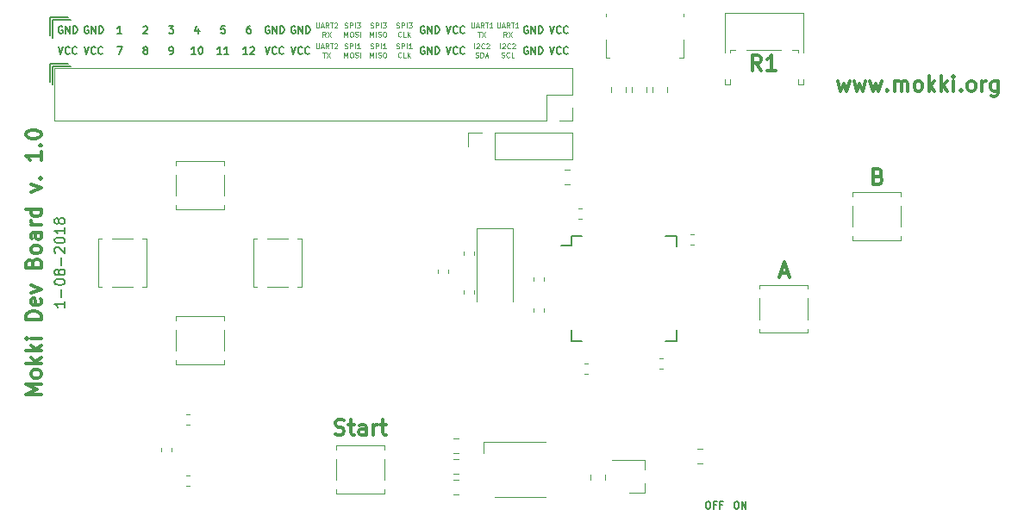
<source format=gto>
G04 #@! TF.GenerationSoftware,KiCad,Pcbnew,5.0.0*
G04 #@! TF.CreationDate,2018-08-01T03:37:20+02:00*
G04 #@! TF.ProjectId,mokki-dev-board,6D6F6B6B692D6465762D626F6172642E,rev?*
G04 #@! TF.SameCoordinates,Original*
G04 #@! TF.FileFunction,Legend,Top*
G04 #@! TF.FilePolarity,Positive*
%FSLAX46Y46*%
G04 Gerber Fmt 4.6, Leading zero omitted, Abs format (unit mm)*
G04 Created by KiCad (PCBNEW 5.0.0) date Wed Aug  1 03:37:20 2018*
%MOMM*%
%LPD*%
G01*
G04 APERTURE LIST*
%ADD10C,0.200000*%
%ADD11C,0.175000*%
%ADD12C,0.125000*%
%ADD13C,0.300000*%
%ADD14C,0.120000*%
%ADD15C,0.150000*%
G04 APERTURE END LIST*
D10*
X102526000Y-85696000D02*
X104304000Y-85696000D01*
X102526000Y-87474000D02*
X102526000Y-85696000D01*
X102526000Y-81124000D02*
X104304000Y-81124000D01*
X102526000Y-82902000D02*
X102526000Y-81124000D01*
X102272000Y-82648000D02*
X102272000Y-80870000D01*
X102272000Y-80870000D02*
X104050000Y-80870000D01*
X102272000Y-85442000D02*
X102272000Y-87220000D01*
D11*
X151376666Y-83788666D02*
X151610000Y-84488666D01*
X151843333Y-83788666D01*
X152476666Y-84422000D02*
X152443333Y-84455333D01*
X152343333Y-84488666D01*
X152276666Y-84488666D01*
X152176666Y-84455333D01*
X152110000Y-84388666D01*
X152076666Y-84322000D01*
X152043333Y-84188666D01*
X152043333Y-84088666D01*
X152076666Y-83955333D01*
X152110000Y-83888666D01*
X152176666Y-83822000D01*
X152276666Y-83788666D01*
X152343333Y-83788666D01*
X152443333Y-83822000D01*
X152476666Y-83855333D01*
X153176666Y-84422000D02*
X153143333Y-84455333D01*
X153043333Y-84488666D01*
X152976666Y-84488666D01*
X152876666Y-84455333D01*
X152810000Y-84388666D01*
X152776666Y-84322000D01*
X152743333Y-84188666D01*
X152743333Y-84088666D01*
X152776666Y-83955333D01*
X152810000Y-83888666D01*
X152876666Y-83822000D01*
X152976666Y-83788666D01*
X153043333Y-83788666D01*
X153143333Y-83822000D01*
X153176666Y-83855333D01*
X149236666Y-83822000D02*
X149170000Y-83788666D01*
X149070000Y-83788666D01*
X148970000Y-83822000D01*
X148903333Y-83888666D01*
X148870000Y-83955333D01*
X148836666Y-84088666D01*
X148836666Y-84188666D01*
X148870000Y-84322000D01*
X148903333Y-84388666D01*
X148970000Y-84455333D01*
X149070000Y-84488666D01*
X149136666Y-84488666D01*
X149236666Y-84455333D01*
X149270000Y-84422000D01*
X149270000Y-84188666D01*
X149136666Y-84188666D01*
X149570000Y-84488666D02*
X149570000Y-83788666D01*
X149970000Y-84488666D01*
X149970000Y-83788666D01*
X150303333Y-84488666D02*
X150303333Y-83788666D01*
X150470000Y-83788666D01*
X150570000Y-83822000D01*
X150636666Y-83888666D01*
X150670000Y-83955333D01*
X150703333Y-84088666D01*
X150703333Y-84188666D01*
X150670000Y-84322000D01*
X150636666Y-84388666D01*
X150570000Y-84455333D01*
X150470000Y-84488666D01*
X150303333Y-84488666D01*
D12*
X146503809Y-83960690D02*
X146503809Y-83460690D01*
X146718095Y-83508309D02*
X146741904Y-83484500D01*
X146789523Y-83460690D01*
X146908571Y-83460690D01*
X146956190Y-83484500D01*
X146980000Y-83508309D01*
X147003809Y-83555928D01*
X147003809Y-83603547D01*
X146980000Y-83674976D01*
X146694285Y-83960690D01*
X147003809Y-83960690D01*
X147503809Y-83913071D02*
X147480000Y-83936880D01*
X147408571Y-83960690D01*
X147360952Y-83960690D01*
X147289523Y-83936880D01*
X147241904Y-83889261D01*
X147218095Y-83841642D01*
X147194285Y-83746404D01*
X147194285Y-83674976D01*
X147218095Y-83579738D01*
X147241904Y-83532119D01*
X147289523Y-83484500D01*
X147360952Y-83460690D01*
X147408571Y-83460690D01*
X147480000Y-83484500D01*
X147503809Y-83508309D01*
X147694285Y-83508309D02*
X147718095Y-83484500D01*
X147765714Y-83460690D01*
X147884761Y-83460690D01*
X147932380Y-83484500D01*
X147956190Y-83508309D01*
X147980000Y-83555928D01*
X147980000Y-83603547D01*
X147956190Y-83674976D01*
X147670476Y-83960690D01*
X147980000Y-83960690D01*
X146634761Y-84811880D02*
X146706190Y-84835690D01*
X146825238Y-84835690D01*
X146872857Y-84811880D01*
X146896666Y-84788071D01*
X146920476Y-84740452D01*
X146920476Y-84692833D01*
X146896666Y-84645214D01*
X146872857Y-84621404D01*
X146825238Y-84597595D01*
X146730000Y-84573785D01*
X146682380Y-84549976D01*
X146658571Y-84526166D01*
X146634761Y-84478547D01*
X146634761Y-84430928D01*
X146658571Y-84383309D01*
X146682380Y-84359500D01*
X146730000Y-84335690D01*
X146849047Y-84335690D01*
X146920476Y-84359500D01*
X147420476Y-84788071D02*
X147396666Y-84811880D01*
X147325238Y-84835690D01*
X147277619Y-84835690D01*
X147206190Y-84811880D01*
X147158571Y-84764261D01*
X147134761Y-84716642D01*
X147110952Y-84621404D01*
X147110952Y-84549976D01*
X147134761Y-84454738D01*
X147158571Y-84407119D01*
X147206190Y-84359500D01*
X147277619Y-84335690D01*
X147325238Y-84335690D01*
X147396666Y-84359500D01*
X147420476Y-84383309D01*
X147872857Y-84835690D02*
X147634761Y-84835690D01*
X147634761Y-84335690D01*
D11*
X151376666Y-81756666D02*
X151610000Y-82456666D01*
X151843333Y-81756666D01*
X152476666Y-82390000D02*
X152443333Y-82423333D01*
X152343333Y-82456666D01*
X152276666Y-82456666D01*
X152176666Y-82423333D01*
X152110000Y-82356666D01*
X152076666Y-82290000D01*
X152043333Y-82156666D01*
X152043333Y-82056666D01*
X152076666Y-81923333D01*
X152110000Y-81856666D01*
X152176666Y-81790000D01*
X152276666Y-81756666D01*
X152343333Y-81756666D01*
X152443333Y-81790000D01*
X152476666Y-81823333D01*
X153176666Y-82390000D02*
X153143333Y-82423333D01*
X153043333Y-82456666D01*
X152976666Y-82456666D01*
X152876666Y-82423333D01*
X152810000Y-82356666D01*
X152776666Y-82290000D01*
X152743333Y-82156666D01*
X152743333Y-82056666D01*
X152776666Y-81923333D01*
X152810000Y-81856666D01*
X152876666Y-81790000D01*
X152976666Y-81756666D01*
X153043333Y-81756666D01*
X153143333Y-81790000D01*
X153176666Y-81823333D01*
X149236666Y-81790000D02*
X149170000Y-81756666D01*
X149070000Y-81756666D01*
X148970000Y-81790000D01*
X148903333Y-81856666D01*
X148870000Y-81923333D01*
X148836666Y-82056666D01*
X148836666Y-82156666D01*
X148870000Y-82290000D01*
X148903333Y-82356666D01*
X148970000Y-82423333D01*
X149070000Y-82456666D01*
X149136666Y-82456666D01*
X149236666Y-82423333D01*
X149270000Y-82390000D01*
X149270000Y-82156666D01*
X149136666Y-82156666D01*
X149570000Y-82456666D02*
X149570000Y-81756666D01*
X149970000Y-82456666D01*
X149970000Y-81756666D01*
X150303333Y-82456666D02*
X150303333Y-81756666D01*
X150470000Y-81756666D01*
X150570000Y-81790000D01*
X150636666Y-81856666D01*
X150670000Y-81923333D01*
X150703333Y-82056666D01*
X150703333Y-82156666D01*
X150670000Y-82290000D01*
X150636666Y-82356666D01*
X150570000Y-82423333D01*
X150470000Y-82456666D01*
X150303333Y-82456666D01*
D12*
X146194285Y-81428690D02*
X146194285Y-81833452D01*
X146218095Y-81881071D01*
X146241904Y-81904880D01*
X146289523Y-81928690D01*
X146384761Y-81928690D01*
X146432380Y-81904880D01*
X146456190Y-81881071D01*
X146480000Y-81833452D01*
X146480000Y-81428690D01*
X146694285Y-81785833D02*
X146932380Y-81785833D01*
X146646666Y-81928690D02*
X146813333Y-81428690D01*
X146980000Y-81928690D01*
X147432380Y-81928690D02*
X147265714Y-81690595D01*
X147146666Y-81928690D02*
X147146666Y-81428690D01*
X147337142Y-81428690D01*
X147384761Y-81452500D01*
X147408571Y-81476309D01*
X147432380Y-81523928D01*
X147432380Y-81595357D01*
X147408571Y-81642976D01*
X147384761Y-81666785D01*
X147337142Y-81690595D01*
X147146666Y-81690595D01*
X147575238Y-81428690D02*
X147860952Y-81428690D01*
X147718095Y-81928690D02*
X147718095Y-81428690D01*
X148289523Y-81928690D02*
X148003809Y-81928690D01*
X148146666Y-81928690D02*
X148146666Y-81428690D01*
X148099047Y-81500119D01*
X148051428Y-81547738D01*
X148003809Y-81571547D01*
X147146666Y-82803690D02*
X146980000Y-82565595D01*
X146860952Y-82803690D02*
X146860952Y-82303690D01*
X147051428Y-82303690D01*
X147099047Y-82327500D01*
X147122857Y-82351309D01*
X147146666Y-82398928D01*
X147146666Y-82470357D01*
X147122857Y-82517976D01*
X147099047Y-82541785D01*
X147051428Y-82565595D01*
X146860952Y-82565595D01*
X147313333Y-82303690D02*
X147646666Y-82803690D01*
X147646666Y-82303690D02*
X147313333Y-82803690D01*
X143654285Y-81428690D02*
X143654285Y-81833452D01*
X143678095Y-81881071D01*
X143701904Y-81904880D01*
X143749523Y-81928690D01*
X143844761Y-81928690D01*
X143892380Y-81904880D01*
X143916190Y-81881071D01*
X143940000Y-81833452D01*
X143940000Y-81428690D01*
X144154285Y-81785833D02*
X144392380Y-81785833D01*
X144106666Y-81928690D02*
X144273333Y-81428690D01*
X144440000Y-81928690D01*
X144892380Y-81928690D02*
X144725714Y-81690595D01*
X144606666Y-81928690D02*
X144606666Y-81428690D01*
X144797142Y-81428690D01*
X144844761Y-81452500D01*
X144868571Y-81476309D01*
X144892380Y-81523928D01*
X144892380Y-81595357D01*
X144868571Y-81642976D01*
X144844761Y-81666785D01*
X144797142Y-81690595D01*
X144606666Y-81690595D01*
X145035238Y-81428690D02*
X145320952Y-81428690D01*
X145178095Y-81928690D02*
X145178095Y-81428690D01*
X145749523Y-81928690D02*
X145463809Y-81928690D01*
X145606666Y-81928690D02*
X145606666Y-81428690D01*
X145559047Y-81500119D01*
X145511428Y-81547738D01*
X145463809Y-81571547D01*
X144309047Y-82303690D02*
X144594761Y-82303690D01*
X144451904Y-82803690D02*
X144451904Y-82303690D01*
X144713809Y-82303690D02*
X145047142Y-82803690D01*
X145047142Y-82303690D02*
X144713809Y-82803690D01*
X143963809Y-83960690D02*
X143963809Y-83460690D01*
X144178095Y-83508309D02*
X144201904Y-83484500D01*
X144249523Y-83460690D01*
X144368571Y-83460690D01*
X144416190Y-83484500D01*
X144440000Y-83508309D01*
X144463809Y-83555928D01*
X144463809Y-83603547D01*
X144440000Y-83674976D01*
X144154285Y-83960690D01*
X144463809Y-83960690D01*
X144963809Y-83913071D02*
X144940000Y-83936880D01*
X144868571Y-83960690D01*
X144820952Y-83960690D01*
X144749523Y-83936880D01*
X144701904Y-83889261D01*
X144678095Y-83841642D01*
X144654285Y-83746404D01*
X144654285Y-83674976D01*
X144678095Y-83579738D01*
X144701904Y-83532119D01*
X144749523Y-83484500D01*
X144820952Y-83460690D01*
X144868571Y-83460690D01*
X144940000Y-83484500D01*
X144963809Y-83508309D01*
X145154285Y-83508309D02*
X145178095Y-83484500D01*
X145225714Y-83460690D01*
X145344761Y-83460690D01*
X145392380Y-83484500D01*
X145416190Y-83508309D01*
X145440000Y-83555928D01*
X145440000Y-83603547D01*
X145416190Y-83674976D01*
X145130476Y-83960690D01*
X145440000Y-83960690D01*
X144082857Y-84811880D02*
X144154285Y-84835690D01*
X144273333Y-84835690D01*
X144320952Y-84811880D01*
X144344761Y-84788071D01*
X144368571Y-84740452D01*
X144368571Y-84692833D01*
X144344761Y-84645214D01*
X144320952Y-84621404D01*
X144273333Y-84597595D01*
X144178095Y-84573785D01*
X144130476Y-84549976D01*
X144106666Y-84526166D01*
X144082857Y-84478547D01*
X144082857Y-84430928D01*
X144106666Y-84383309D01*
X144130476Y-84359500D01*
X144178095Y-84335690D01*
X144297142Y-84335690D01*
X144368571Y-84359500D01*
X144582857Y-84835690D02*
X144582857Y-84335690D01*
X144701904Y-84335690D01*
X144773333Y-84359500D01*
X144820952Y-84407119D01*
X144844761Y-84454738D01*
X144868571Y-84549976D01*
X144868571Y-84621404D01*
X144844761Y-84716642D01*
X144820952Y-84764261D01*
X144773333Y-84811880D01*
X144701904Y-84835690D01*
X144582857Y-84835690D01*
X145059047Y-84692833D02*
X145297142Y-84692833D01*
X145011428Y-84835690D02*
X145178095Y-84335690D01*
X145344761Y-84835690D01*
D11*
X141216666Y-81756666D02*
X141450000Y-82456666D01*
X141683333Y-81756666D01*
X142316666Y-82390000D02*
X142283333Y-82423333D01*
X142183333Y-82456666D01*
X142116666Y-82456666D01*
X142016666Y-82423333D01*
X141950000Y-82356666D01*
X141916666Y-82290000D01*
X141883333Y-82156666D01*
X141883333Y-82056666D01*
X141916666Y-81923333D01*
X141950000Y-81856666D01*
X142016666Y-81790000D01*
X142116666Y-81756666D01*
X142183333Y-81756666D01*
X142283333Y-81790000D01*
X142316666Y-81823333D01*
X143016666Y-82390000D02*
X142983333Y-82423333D01*
X142883333Y-82456666D01*
X142816666Y-82456666D01*
X142716666Y-82423333D01*
X142650000Y-82356666D01*
X142616666Y-82290000D01*
X142583333Y-82156666D01*
X142583333Y-82056666D01*
X142616666Y-81923333D01*
X142650000Y-81856666D01*
X142716666Y-81790000D01*
X142816666Y-81756666D01*
X142883333Y-81756666D01*
X142983333Y-81790000D01*
X143016666Y-81823333D01*
X141216666Y-83788666D02*
X141450000Y-84488666D01*
X141683333Y-83788666D01*
X142316666Y-84422000D02*
X142283333Y-84455333D01*
X142183333Y-84488666D01*
X142116666Y-84488666D01*
X142016666Y-84455333D01*
X141950000Y-84388666D01*
X141916666Y-84322000D01*
X141883333Y-84188666D01*
X141883333Y-84088666D01*
X141916666Y-83955333D01*
X141950000Y-83888666D01*
X142016666Y-83822000D01*
X142116666Y-83788666D01*
X142183333Y-83788666D01*
X142283333Y-83822000D01*
X142316666Y-83855333D01*
X143016666Y-84422000D02*
X142983333Y-84455333D01*
X142883333Y-84488666D01*
X142816666Y-84488666D01*
X142716666Y-84455333D01*
X142650000Y-84388666D01*
X142616666Y-84322000D01*
X142583333Y-84188666D01*
X142583333Y-84088666D01*
X142616666Y-83955333D01*
X142650000Y-83888666D01*
X142716666Y-83822000D01*
X142816666Y-83788666D01*
X142883333Y-83788666D01*
X142983333Y-83822000D01*
X143016666Y-83855333D01*
X139076666Y-83822000D02*
X139010000Y-83788666D01*
X138910000Y-83788666D01*
X138810000Y-83822000D01*
X138743333Y-83888666D01*
X138710000Y-83955333D01*
X138676666Y-84088666D01*
X138676666Y-84188666D01*
X138710000Y-84322000D01*
X138743333Y-84388666D01*
X138810000Y-84455333D01*
X138910000Y-84488666D01*
X138976666Y-84488666D01*
X139076666Y-84455333D01*
X139110000Y-84422000D01*
X139110000Y-84188666D01*
X138976666Y-84188666D01*
X139410000Y-84488666D02*
X139410000Y-83788666D01*
X139810000Y-84488666D01*
X139810000Y-83788666D01*
X140143333Y-84488666D02*
X140143333Y-83788666D01*
X140310000Y-83788666D01*
X140410000Y-83822000D01*
X140476666Y-83888666D01*
X140510000Y-83955333D01*
X140543333Y-84088666D01*
X140543333Y-84188666D01*
X140510000Y-84322000D01*
X140476666Y-84388666D01*
X140410000Y-84455333D01*
X140310000Y-84488666D01*
X140143333Y-84488666D01*
X139076666Y-81790000D02*
X139010000Y-81756666D01*
X138910000Y-81756666D01*
X138810000Y-81790000D01*
X138743333Y-81856666D01*
X138710000Y-81923333D01*
X138676666Y-82056666D01*
X138676666Y-82156666D01*
X138710000Y-82290000D01*
X138743333Y-82356666D01*
X138810000Y-82423333D01*
X138910000Y-82456666D01*
X138976666Y-82456666D01*
X139076666Y-82423333D01*
X139110000Y-82390000D01*
X139110000Y-82156666D01*
X138976666Y-82156666D01*
X139410000Y-82456666D02*
X139410000Y-81756666D01*
X139810000Y-82456666D01*
X139810000Y-81756666D01*
X140143333Y-82456666D02*
X140143333Y-81756666D01*
X140310000Y-81756666D01*
X140410000Y-81790000D01*
X140476666Y-81856666D01*
X140510000Y-81923333D01*
X140543333Y-82056666D01*
X140543333Y-82156666D01*
X140510000Y-82290000D01*
X140476666Y-82356666D01*
X140410000Y-82423333D01*
X140310000Y-82456666D01*
X140143333Y-82456666D01*
D12*
X136320000Y-81904880D02*
X136391428Y-81928690D01*
X136510476Y-81928690D01*
X136558095Y-81904880D01*
X136581904Y-81881071D01*
X136605714Y-81833452D01*
X136605714Y-81785833D01*
X136581904Y-81738214D01*
X136558095Y-81714404D01*
X136510476Y-81690595D01*
X136415238Y-81666785D01*
X136367619Y-81642976D01*
X136343809Y-81619166D01*
X136320000Y-81571547D01*
X136320000Y-81523928D01*
X136343809Y-81476309D01*
X136367619Y-81452500D01*
X136415238Y-81428690D01*
X136534285Y-81428690D01*
X136605714Y-81452500D01*
X136820000Y-81928690D02*
X136820000Y-81428690D01*
X137010476Y-81428690D01*
X137058095Y-81452500D01*
X137081904Y-81476309D01*
X137105714Y-81523928D01*
X137105714Y-81595357D01*
X137081904Y-81642976D01*
X137058095Y-81666785D01*
X137010476Y-81690595D01*
X136820000Y-81690595D01*
X137320000Y-81928690D02*
X137320000Y-81428690D01*
X137510476Y-81428690D02*
X137820000Y-81428690D01*
X137653333Y-81619166D01*
X137724761Y-81619166D01*
X137772380Y-81642976D01*
X137796190Y-81666785D01*
X137820000Y-81714404D01*
X137820000Y-81833452D01*
X137796190Y-81881071D01*
X137772380Y-81904880D01*
X137724761Y-81928690D01*
X137581904Y-81928690D01*
X137534285Y-81904880D01*
X137510476Y-81881071D01*
X136772380Y-82756071D02*
X136748571Y-82779880D01*
X136677142Y-82803690D01*
X136629523Y-82803690D01*
X136558095Y-82779880D01*
X136510476Y-82732261D01*
X136486666Y-82684642D01*
X136462857Y-82589404D01*
X136462857Y-82517976D01*
X136486666Y-82422738D01*
X136510476Y-82375119D01*
X136558095Y-82327500D01*
X136629523Y-82303690D01*
X136677142Y-82303690D01*
X136748571Y-82327500D01*
X136772380Y-82351309D01*
X137224761Y-82803690D02*
X136986666Y-82803690D01*
X136986666Y-82303690D01*
X137391428Y-82803690D02*
X137391428Y-82303690D01*
X137677142Y-82803690D02*
X137462857Y-82517976D01*
X137677142Y-82303690D02*
X137391428Y-82589404D01*
X136320000Y-83936880D02*
X136391428Y-83960690D01*
X136510476Y-83960690D01*
X136558095Y-83936880D01*
X136581904Y-83913071D01*
X136605714Y-83865452D01*
X136605714Y-83817833D01*
X136581904Y-83770214D01*
X136558095Y-83746404D01*
X136510476Y-83722595D01*
X136415238Y-83698785D01*
X136367619Y-83674976D01*
X136343809Y-83651166D01*
X136320000Y-83603547D01*
X136320000Y-83555928D01*
X136343809Y-83508309D01*
X136367619Y-83484500D01*
X136415238Y-83460690D01*
X136534285Y-83460690D01*
X136605714Y-83484500D01*
X136820000Y-83960690D02*
X136820000Y-83460690D01*
X137010476Y-83460690D01*
X137058095Y-83484500D01*
X137081904Y-83508309D01*
X137105714Y-83555928D01*
X137105714Y-83627357D01*
X137081904Y-83674976D01*
X137058095Y-83698785D01*
X137010476Y-83722595D01*
X136820000Y-83722595D01*
X137320000Y-83960690D02*
X137320000Y-83460690D01*
X137820000Y-83960690D02*
X137534285Y-83960690D01*
X137677142Y-83960690D02*
X137677142Y-83460690D01*
X137629523Y-83532119D01*
X137581904Y-83579738D01*
X137534285Y-83603547D01*
X136772380Y-84788071D02*
X136748571Y-84811880D01*
X136677142Y-84835690D01*
X136629523Y-84835690D01*
X136558095Y-84811880D01*
X136510476Y-84764261D01*
X136486666Y-84716642D01*
X136462857Y-84621404D01*
X136462857Y-84549976D01*
X136486666Y-84454738D01*
X136510476Y-84407119D01*
X136558095Y-84359500D01*
X136629523Y-84335690D01*
X136677142Y-84335690D01*
X136748571Y-84359500D01*
X136772380Y-84383309D01*
X137224761Y-84835690D02*
X136986666Y-84835690D01*
X136986666Y-84335690D01*
X137391428Y-84835690D02*
X137391428Y-84335690D01*
X137677142Y-84835690D02*
X137462857Y-84549976D01*
X137677142Y-84335690D02*
X137391428Y-84621404D01*
X133780000Y-83936880D02*
X133851428Y-83960690D01*
X133970476Y-83960690D01*
X134018095Y-83936880D01*
X134041904Y-83913071D01*
X134065714Y-83865452D01*
X134065714Y-83817833D01*
X134041904Y-83770214D01*
X134018095Y-83746404D01*
X133970476Y-83722595D01*
X133875238Y-83698785D01*
X133827619Y-83674976D01*
X133803809Y-83651166D01*
X133780000Y-83603547D01*
X133780000Y-83555928D01*
X133803809Y-83508309D01*
X133827619Y-83484500D01*
X133875238Y-83460690D01*
X133994285Y-83460690D01*
X134065714Y-83484500D01*
X134280000Y-83960690D02*
X134280000Y-83460690D01*
X134470476Y-83460690D01*
X134518095Y-83484500D01*
X134541904Y-83508309D01*
X134565714Y-83555928D01*
X134565714Y-83627357D01*
X134541904Y-83674976D01*
X134518095Y-83698785D01*
X134470476Y-83722595D01*
X134280000Y-83722595D01*
X134780000Y-83960690D02*
X134780000Y-83460690D01*
X135280000Y-83960690D02*
X134994285Y-83960690D01*
X135137142Y-83960690D02*
X135137142Y-83460690D01*
X135089523Y-83532119D01*
X135041904Y-83579738D01*
X134994285Y-83603547D01*
X133744285Y-84835690D02*
X133744285Y-84335690D01*
X133910952Y-84692833D01*
X134077619Y-84335690D01*
X134077619Y-84835690D01*
X134315714Y-84835690D02*
X134315714Y-84335690D01*
X134530000Y-84811880D02*
X134601428Y-84835690D01*
X134720476Y-84835690D01*
X134768095Y-84811880D01*
X134791904Y-84788071D01*
X134815714Y-84740452D01*
X134815714Y-84692833D01*
X134791904Y-84645214D01*
X134768095Y-84621404D01*
X134720476Y-84597595D01*
X134625238Y-84573785D01*
X134577619Y-84549976D01*
X134553809Y-84526166D01*
X134530000Y-84478547D01*
X134530000Y-84430928D01*
X134553809Y-84383309D01*
X134577619Y-84359500D01*
X134625238Y-84335690D01*
X134744285Y-84335690D01*
X134815714Y-84359500D01*
X135125238Y-84335690D02*
X135220476Y-84335690D01*
X135268095Y-84359500D01*
X135315714Y-84407119D01*
X135339523Y-84502357D01*
X135339523Y-84669023D01*
X135315714Y-84764261D01*
X135268095Y-84811880D01*
X135220476Y-84835690D01*
X135125238Y-84835690D01*
X135077619Y-84811880D01*
X135030000Y-84764261D01*
X135006190Y-84669023D01*
X135006190Y-84502357D01*
X135030000Y-84407119D01*
X135077619Y-84359500D01*
X135125238Y-84335690D01*
X133780000Y-81904880D02*
X133851428Y-81928690D01*
X133970476Y-81928690D01*
X134018095Y-81904880D01*
X134041904Y-81881071D01*
X134065714Y-81833452D01*
X134065714Y-81785833D01*
X134041904Y-81738214D01*
X134018095Y-81714404D01*
X133970476Y-81690595D01*
X133875238Y-81666785D01*
X133827619Y-81642976D01*
X133803809Y-81619166D01*
X133780000Y-81571547D01*
X133780000Y-81523928D01*
X133803809Y-81476309D01*
X133827619Y-81452500D01*
X133875238Y-81428690D01*
X133994285Y-81428690D01*
X134065714Y-81452500D01*
X134280000Y-81928690D02*
X134280000Y-81428690D01*
X134470476Y-81428690D01*
X134518095Y-81452500D01*
X134541904Y-81476309D01*
X134565714Y-81523928D01*
X134565714Y-81595357D01*
X134541904Y-81642976D01*
X134518095Y-81666785D01*
X134470476Y-81690595D01*
X134280000Y-81690595D01*
X134780000Y-81928690D02*
X134780000Y-81428690D01*
X134970476Y-81428690D02*
X135280000Y-81428690D01*
X135113333Y-81619166D01*
X135184761Y-81619166D01*
X135232380Y-81642976D01*
X135256190Y-81666785D01*
X135280000Y-81714404D01*
X135280000Y-81833452D01*
X135256190Y-81881071D01*
X135232380Y-81904880D01*
X135184761Y-81928690D01*
X135041904Y-81928690D01*
X134994285Y-81904880D01*
X134970476Y-81881071D01*
X133744285Y-82803690D02*
X133744285Y-82303690D01*
X133910952Y-82660833D01*
X134077619Y-82303690D01*
X134077619Y-82803690D01*
X134315714Y-82803690D02*
X134315714Y-82303690D01*
X134530000Y-82779880D02*
X134601428Y-82803690D01*
X134720476Y-82803690D01*
X134768095Y-82779880D01*
X134791904Y-82756071D01*
X134815714Y-82708452D01*
X134815714Y-82660833D01*
X134791904Y-82613214D01*
X134768095Y-82589404D01*
X134720476Y-82565595D01*
X134625238Y-82541785D01*
X134577619Y-82517976D01*
X134553809Y-82494166D01*
X134530000Y-82446547D01*
X134530000Y-82398928D01*
X134553809Y-82351309D01*
X134577619Y-82327500D01*
X134625238Y-82303690D01*
X134744285Y-82303690D01*
X134815714Y-82327500D01*
X135125238Y-82303690D02*
X135220476Y-82303690D01*
X135268095Y-82327500D01*
X135315714Y-82375119D01*
X135339523Y-82470357D01*
X135339523Y-82637023D01*
X135315714Y-82732261D01*
X135268095Y-82779880D01*
X135220476Y-82803690D01*
X135125238Y-82803690D01*
X135077619Y-82779880D01*
X135030000Y-82732261D01*
X135006190Y-82637023D01*
X135006190Y-82470357D01*
X135030000Y-82375119D01*
X135077619Y-82327500D01*
X135125238Y-82303690D01*
X131240000Y-81904880D02*
X131311428Y-81928690D01*
X131430476Y-81928690D01*
X131478095Y-81904880D01*
X131501904Y-81881071D01*
X131525714Y-81833452D01*
X131525714Y-81785833D01*
X131501904Y-81738214D01*
X131478095Y-81714404D01*
X131430476Y-81690595D01*
X131335238Y-81666785D01*
X131287619Y-81642976D01*
X131263809Y-81619166D01*
X131240000Y-81571547D01*
X131240000Y-81523928D01*
X131263809Y-81476309D01*
X131287619Y-81452500D01*
X131335238Y-81428690D01*
X131454285Y-81428690D01*
X131525714Y-81452500D01*
X131740000Y-81928690D02*
X131740000Y-81428690D01*
X131930476Y-81428690D01*
X131978095Y-81452500D01*
X132001904Y-81476309D01*
X132025714Y-81523928D01*
X132025714Y-81595357D01*
X132001904Y-81642976D01*
X131978095Y-81666785D01*
X131930476Y-81690595D01*
X131740000Y-81690595D01*
X132240000Y-81928690D02*
X132240000Y-81428690D01*
X132430476Y-81428690D02*
X132740000Y-81428690D01*
X132573333Y-81619166D01*
X132644761Y-81619166D01*
X132692380Y-81642976D01*
X132716190Y-81666785D01*
X132740000Y-81714404D01*
X132740000Y-81833452D01*
X132716190Y-81881071D01*
X132692380Y-81904880D01*
X132644761Y-81928690D01*
X132501904Y-81928690D01*
X132454285Y-81904880D01*
X132430476Y-81881071D01*
X131204285Y-82803690D02*
X131204285Y-82303690D01*
X131370952Y-82660833D01*
X131537619Y-82303690D01*
X131537619Y-82803690D01*
X131870952Y-82303690D02*
X131966190Y-82303690D01*
X132013809Y-82327500D01*
X132061428Y-82375119D01*
X132085238Y-82470357D01*
X132085238Y-82637023D01*
X132061428Y-82732261D01*
X132013809Y-82779880D01*
X131966190Y-82803690D01*
X131870952Y-82803690D01*
X131823333Y-82779880D01*
X131775714Y-82732261D01*
X131751904Y-82637023D01*
X131751904Y-82470357D01*
X131775714Y-82375119D01*
X131823333Y-82327500D01*
X131870952Y-82303690D01*
X132275714Y-82779880D02*
X132347142Y-82803690D01*
X132466190Y-82803690D01*
X132513809Y-82779880D01*
X132537619Y-82756071D01*
X132561428Y-82708452D01*
X132561428Y-82660833D01*
X132537619Y-82613214D01*
X132513809Y-82589404D01*
X132466190Y-82565595D01*
X132370952Y-82541785D01*
X132323333Y-82517976D01*
X132299523Y-82494166D01*
X132275714Y-82446547D01*
X132275714Y-82398928D01*
X132299523Y-82351309D01*
X132323333Y-82327500D01*
X132370952Y-82303690D01*
X132490000Y-82303690D01*
X132561428Y-82327500D01*
X132775714Y-82803690D02*
X132775714Y-82303690D01*
X131240000Y-83936880D02*
X131311428Y-83960690D01*
X131430476Y-83960690D01*
X131478095Y-83936880D01*
X131501904Y-83913071D01*
X131525714Y-83865452D01*
X131525714Y-83817833D01*
X131501904Y-83770214D01*
X131478095Y-83746404D01*
X131430476Y-83722595D01*
X131335238Y-83698785D01*
X131287619Y-83674976D01*
X131263809Y-83651166D01*
X131240000Y-83603547D01*
X131240000Y-83555928D01*
X131263809Y-83508309D01*
X131287619Y-83484500D01*
X131335238Y-83460690D01*
X131454285Y-83460690D01*
X131525714Y-83484500D01*
X131740000Y-83960690D02*
X131740000Y-83460690D01*
X131930476Y-83460690D01*
X131978095Y-83484500D01*
X132001904Y-83508309D01*
X132025714Y-83555928D01*
X132025714Y-83627357D01*
X132001904Y-83674976D01*
X131978095Y-83698785D01*
X131930476Y-83722595D01*
X131740000Y-83722595D01*
X132240000Y-83960690D02*
X132240000Y-83460690D01*
X132740000Y-83960690D02*
X132454285Y-83960690D01*
X132597142Y-83960690D02*
X132597142Y-83460690D01*
X132549523Y-83532119D01*
X132501904Y-83579738D01*
X132454285Y-83603547D01*
X131204285Y-84835690D02*
X131204285Y-84335690D01*
X131370952Y-84692833D01*
X131537619Y-84335690D01*
X131537619Y-84835690D01*
X131870952Y-84335690D02*
X131966190Y-84335690D01*
X132013809Y-84359500D01*
X132061428Y-84407119D01*
X132085238Y-84502357D01*
X132085238Y-84669023D01*
X132061428Y-84764261D01*
X132013809Y-84811880D01*
X131966190Y-84835690D01*
X131870952Y-84835690D01*
X131823333Y-84811880D01*
X131775714Y-84764261D01*
X131751904Y-84669023D01*
X131751904Y-84502357D01*
X131775714Y-84407119D01*
X131823333Y-84359500D01*
X131870952Y-84335690D01*
X132275714Y-84811880D02*
X132347142Y-84835690D01*
X132466190Y-84835690D01*
X132513809Y-84811880D01*
X132537619Y-84788071D01*
X132561428Y-84740452D01*
X132561428Y-84692833D01*
X132537619Y-84645214D01*
X132513809Y-84621404D01*
X132466190Y-84597595D01*
X132370952Y-84573785D01*
X132323333Y-84549976D01*
X132299523Y-84526166D01*
X132275714Y-84478547D01*
X132275714Y-84430928D01*
X132299523Y-84383309D01*
X132323333Y-84359500D01*
X132370952Y-84335690D01*
X132490000Y-84335690D01*
X132561428Y-84359500D01*
X132775714Y-84835690D02*
X132775714Y-84335690D01*
X128414285Y-81428690D02*
X128414285Y-81833452D01*
X128438095Y-81881071D01*
X128461904Y-81904880D01*
X128509523Y-81928690D01*
X128604761Y-81928690D01*
X128652380Y-81904880D01*
X128676190Y-81881071D01*
X128700000Y-81833452D01*
X128700000Y-81428690D01*
X128914285Y-81785833D02*
X129152380Y-81785833D01*
X128866666Y-81928690D02*
X129033333Y-81428690D01*
X129200000Y-81928690D01*
X129652380Y-81928690D02*
X129485714Y-81690595D01*
X129366666Y-81928690D02*
X129366666Y-81428690D01*
X129557142Y-81428690D01*
X129604761Y-81452500D01*
X129628571Y-81476309D01*
X129652380Y-81523928D01*
X129652380Y-81595357D01*
X129628571Y-81642976D01*
X129604761Y-81666785D01*
X129557142Y-81690595D01*
X129366666Y-81690595D01*
X129795238Y-81428690D02*
X130080952Y-81428690D01*
X129938095Y-81928690D02*
X129938095Y-81428690D01*
X130223809Y-81476309D02*
X130247619Y-81452500D01*
X130295238Y-81428690D01*
X130414285Y-81428690D01*
X130461904Y-81452500D01*
X130485714Y-81476309D01*
X130509523Y-81523928D01*
X130509523Y-81571547D01*
X130485714Y-81642976D01*
X130200000Y-81928690D01*
X130509523Y-81928690D01*
X129366666Y-82803690D02*
X129200000Y-82565595D01*
X129080952Y-82803690D02*
X129080952Y-82303690D01*
X129271428Y-82303690D01*
X129319047Y-82327500D01*
X129342857Y-82351309D01*
X129366666Y-82398928D01*
X129366666Y-82470357D01*
X129342857Y-82517976D01*
X129319047Y-82541785D01*
X129271428Y-82565595D01*
X129080952Y-82565595D01*
X129533333Y-82303690D02*
X129866666Y-82803690D01*
X129866666Y-82303690D02*
X129533333Y-82803690D01*
X128414285Y-83460690D02*
X128414285Y-83865452D01*
X128438095Y-83913071D01*
X128461904Y-83936880D01*
X128509523Y-83960690D01*
X128604761Y-83960690D01*
X128652380Y-83936880D01*
X128676190Y-83913071D01*
X128700000Y-83865452D01*
X128700000Y-83460690D01*
X128914285Y-83817833D02*
X129152380Y-83817833D01*
X128866666Y-83960690D02*
X129033333Y-83460690D01*
X129200000Y-83960690D01*
X129652380Y-83960690D02*
X129485714Y-83722595D01*
X129366666Y-83960690D02*
X129366666Y-83460690D01*
X129557142Y-83460690D01*
X129604761Y-83484500D01*
X129628571Y-83508309D01*
X129652380Y-83555928D01*
X129652380Y-83627357D01*
X129628571Y-83674976D01*
X129604761Y-83698785D01*
X129557142Y-83722595D01*
X129366666Y-83722595D01*
X129795238Y-83460690D02*
X130080952Y-83460690D01*
X129938095Y-83960690D02*
X129938095Y-83460690D01*
X130223809Y-83508309D02*
X130247619Y-83484500D01*
X130295238Y-83460690D01*
X130414285Y-83460690D01*
X130461904Y-83484500D01*
X130485714Y-83508309D01*
X130509523Y-83555928D01*
X130509523Y-83603547D01*
X130485714Y-83674976D01*
X130200000Y-83960690D01*
X130509523Y-83960690D01*
X129069047Y-84335690D02*
X129354761Y-84335690D01*
X129211904Y-84835690D02*
X129211904Y-84335690D01*
X129473809Y-84335690D02*
X129807142Y-84835690D01*
X129807142Y-84335690D02*
X129473809Y-84835690D01*
D11*
X126376666Y-81790000D02*
X126310000Y-81756666D01*
X126210000Y-81756666D01*
X126110000Y-81790000D01*
X126043333Y-81856666D01*
X126010000Y-81923333D01*
X125976666Y-82056666D01*
X125976666Y-82156666D01*
X126010000Y-82290000D01*
X126043333Y-82356666D01*
X126110000Y-82423333D01*
X126210000Y-82456666D01*
X126276666Y-82456666D01*
X126376666Y-82423333D01*
X126410000Y-82390000D01*
X126410000Y-82156666D01*
X126276666Y-82156666D01*
X126710000Y-82456666D02*
X126710000Y-81756666D01*
X127110000Y-82456666D01*
X127110000Y-81756666D01*
X127443333Y-82456666D02*
X127443333Y-81756666D01*
X127610000Y-81756666D01*
X127710000Y-81790000D01*
X127776666Y-81856666D01*
X127810000Y-81923333D01*
X127843333Y-82056666D01*
X127843333Y-82156666D01*
X127810000Y-82290000D01*
X127776666Y-82356666D01*
X127710000Y-82423333D01*
X127610000Y-82456666D01*
X127443333Y-82456666D01*
X125976666Y-83788666D02*
X126210000Y-84488666D01*
X126443333Y-83788666D01*
X127076666Y-84422000D02*
X127043333Y-84455333D01*
X126943333Y-84488666D01*
X126876666Y-84488666D01*
X126776666Y-84455333D01*
X126710000Y-84388666D01*
X126676666Y-84322000D01*
X126643333Y-84188666D01*
X126643333Y-84088666D01*
X126676666Y-83955333D01*
X126710000Y-83888666D01*
X126776666Y-83822000D01*
X126876666Y-83788666D01*
X126943333Y-83788666D01*
X127043333Y-83822000D01*
X127076666Y-83855333D01*
X127776666Y-84422000D02*
X127743333Y-84455333D01*
X127643333Y-84488666D01*
X127576666Y-84488666D01*
X127476666Y-84455333D01*
X127410000Y-84388666D01*
X127376666Y-84322000D01*
X127343333Y-84188666D01*
X127343333Y-84088666D01*
X127376666Y-83955333D01*
X127410000Y-83888666D01*
X127476666Y-83822000D01*
X127576666Y-83788666D01*
X127643333Y-83788666D01*
X127743333Y-83822000D01*
X127776666Y-83855333D01*
X123836666Y-81790000D02*
X123770000Y-81756666D01*
X123670000Y-81756666D01*
X123570000Y-81790000D01*
X123503333Y-81856666D01*
X123470000Y-81923333D01*
X123436666Y-82056666D01*
X123436666Y-82156666D01*
X123470000Y-82290000D01*
X123503333Y-82356666D01*
X123570000Y-82423333D01*
X123670000Y-82456666D01*
X123736666Y-82456666D01*
X123836666Y-82423333D01*
X123870000Y-82390000D01*
X123870000Y-82156666D01*
X123736666Y-82156666D01*
X124170000Y-82456666D02*
X124170000Y-81756666D01*
X124570000Y-82456666D01*
X124570000Y-81756666D01*
X124903333Y-82456666D02*
X124903333Y-81756666D01*
X125070000Y-81756666D01*
X125170000Y-81790000D01*
X125236666Y-81856666D01*
X125270000Y-81923333D01*
X125303333Y-82056666D01*
X125303333Y-82156666D01*
X125270000Y-82290000D01*
X125236666Y-82356666D01*
X125170000Y-82423333D01*
X125070000Y-82456666D01*
X124903333Y-82456666D01*
X123436666Y-83788666D02*
X123670000Y-84488666D01*
X123903333Y-83788666D01*
X124536666Y-84422000D02*
X124503333Y-84455333D01*
X124403333Y-84488666D01*
X124336666Y-84488666D01*
X124236666Y-84455333D01*
X124170000Y-84388666D01*
X124136666Y-84322000D01*
X124103333Y-84188666D01*
X124103333Y-84088666D01*
X124136666Y-83955333D01*
X124170000Y-83888666D01*
X124236666Y-83822000D01*
X124336666Y-83788666D01*
X124403333Y-83788666D01*
X124503333Y-83822000D01*
X124536666Y-83855333D01*
X125236666Y-84422000D02*
X125203333Y-84455333D01*
X125103333Y-84488666D01*
X125036666Y-84488666D01*
X124936666Y-84455333D01*
X124870000Y-84388666D01*
X124836666Y-84322000D01*
X124803333Y-84188666D01*
X124803333Y-84088666D01*
X124836666Y-83955333D01*
X124870000Y-83888666D01*
X124936666Y-83822000D01*
X125036666Y-83788666D01*
X125103333Y-83788666D01*
X125203333Y-83822000D01*
X125236666Y-83855333D01*
X121963333Y-81756666D02*
X121830000Y-81756666D01*
X121763333Y-81790000D01*
X121730000Y-81823333D01*
X121663333Y-81923333D01*
X121630000Y-82056666D01*
X121630000Y-82323333D01*
X121663333Y-82390000D01*
X121696666Y-82423333D01*
X121763333Y-82456666D01*
X121896666Y-82456666D01*
X121963333Y-82423333D01*
X121996666Y-82390000D01*
X122030000Y-82323333D01*
X122030000Y-82156666D01*
X121996666Y-82090000D01*
X121963333Y-82056666D01*
X121896666Y-82023333D01*
X121763333Y-82023333D01*
X121696666Y-82056666D01*
X121663333Y-82090000D01*
X121630000Y-82156666D01*
X121696666Y-84488666D02*
X121296666Y-84488666D01*
X121496666Y-84488666D02*
X121496666Y-83788666D01*
X121430000Y-83888666D01*
X121363333Y-83955333D01*
X121296666Y-83988666D01*
X121963333Y-83855333D02*
X121996666Y-83822000D01*
X122063333Y-83788666D01*
X122230000Y-83788666D01*
X122296666Y-83822000D01*
X122330000Y-83855333D01*
X122363333Y-83922000D01*
X122363333Y-83988666D01*
X122330000Y-84088666D01*
X121930000Y-84488666D01*
X122363333Y-84488666D01*
X119456666Y-81756666D02*
X119123333Y-81756666D01*
X119090000Y-82090000D01*
X119123333Y-82056666D01*
X119190000Y-82023333D01*
X119356666Y-82023333D01*
X119423333Y-82056666D01*
X119456666Y-82090000D01*
X119490000Y-82156666D01*
X119490000Y-82323333D01*
X119456666Y-82390000D01*
X119423333Y-82423333D01*
X119356666Y-82456666D01*
X119190000Y-82456666D01*
X119123333Y-82423333D01*
X119090000Y-82390000D01*
X119156666Y-84488666D02*
X118756666Y-84488666D01*
X118956666Y-84488666D02*
X118956666Y-83788666D01*
X118890000Y-83888666D01*
X118823333Y-83955333D01*
X118756666Y-83988666D01*
X119823333Y-84488666D02*
X119423333Y-84488666D01*
X119623333Y-84488666D02*
X119623333Y-83788666D01*
X119556666Y-83888666D01*
X119490000Y-83955333D01*
X119423333Y-83988666D01*
X116616666Y-84488666D02*
X116216666Y-84488666D01*
X116416666Y-84488666D02*
X116416666Y-83788666D01*
X116350000Y-83888666D01*
X116283333Y-83955333D01*
X116216666Y-83988666D01*
X117050000Y-83788666D02*
X117116666Y-83788666D01*
X117183333Y-83822000D01*
X117216666Y-83855333D01*
X117250000Y-83922000D01*
X117283333Y-84055333D01*
X117283333Y-84222000D01*
X117250000Y-84355333D01*
X117216666Y-84422000D01*
X117183333Y-84455333D01*
X117116666Y-84488666D01*
X117050000Y-84488666D01*
X116983333Y-84455333D01*
X116950000Y-84422000D01*
X116916666Y-84355333D01*
X116883333Y-84222000D01*
X116883333Y-84055333D01*
X116916666Y-83922000D01*
X116950000Y-83855333D01*
X116983333Y-83822000D01*
X117050000Y-83788666D01*
X116883333Y-81990000D02*
X116883333Y-82456666D01*
X116716666Y-81723333D02*
X116550000Y-82223333D01*
X116983333Y-82223333D01*
X113976666Y-81756666D02*
X114410000Y-81756666D01*
X114176666Y-82023333D01*
X114276666Y-82023333D01*
X114343333Y-82056666D01*
X114376666Y-82090000D01*
X114410000Y-82156666D01*
X114410000Y-82323333D01*
X114376666Y-82390000D01*
X114343333Y-82423333D01*
X114276666Y-82456666D01*
X114076666Y-82456666D01*
X114010000Y-82423333D01*
X113976666Y-82390000D01*
X114076666Y-84488666D02*
X114210000Y-84488666D01*
X114276666Y-84455333D01*
X114310000Y-84422000D01*
X114376666Y-84322000D01*
X114410000Y-84188666D01*
X114410000Y-83922000D01*
X114376666Y-83855333D01*
X114343333Y-83822000D01*
X114276666Y-83788666D01*
X114143333Y-83788666D01*
X114076666Y-83822000D01*
X114043333Y-83855333D01*
X114010000Y-83922000D01*
X114010000Y-84088666D01*
X114043333Y-84155333D01*
X114076666Y-84188666D01*
X114143333Y-84222000D01*
X114276666Y-84222000D01*
X114343333Y-84188666D01*
X114376666Y-84155333D01*
X114410000Y-84088666D01*
X111470000Y-81823333D02*
X111503333Y-81790000D01*
X111570000Y-81756666D01*
X111736666Y-81756666D01*
X111803333Y-81790000D01*
X111836666Y-81823333D01*
X111870000Y-81890000D01*
X111870000Y-81956666D01*
X111836666Y-82056666D01*
X111436666Y-82456666D01*
X111870000Y-82456666D01*
X111603333Y-84088666D02*
X111536666Y-84055333D01*
X111503333Y-84022000D01*
X111470000Y-83955333D01*
X111470000Y-83922000D01*
X111503333Y-83855333D01*
X111536666Y-83822000D01*
X111603333Y-83788666D01*
X111736666Y-83788666D01*
X111803333Y-83822000D01*
X111836666Y-83855333D01*
X111870000Y-83922000D01*
X111870000Y-83955333D01*
X111836666Y-84022000D01*
X111803333Y-84055333D01*
X111736666Y-84088666D01*
X111603333Y-84088666D01*
X111536666Y-84122000D01*
X111503333Y-84155333D01*
X111470000Y-84222000D01*
X111470000Y-84355333D01*
X111503333Y-84422000D01*
X111536666Y-84455333D01*
X111603333Y-84488666D01*
X111736666Y-84488666D01*
X111803333Y-84455333D01*
X111836666Y-84422000D01*
X111870000Y-84355333D01*
X111870000Y-84222000D01*
X111836666Y-84155333D01*
X111803333Y-84122000D01*
X111736666Y-84088666D01*
X108896666Y-83788666D02*
X109363333Y-83788666D01*
X109063333Y-84488666D01*
X109330000Y-82456666D02*
X108930000Y-82456666D01*
X109130000Y-82456666D02*
X109130000Y-81756666D01*
X109063333Y-81856666D01*
X108996666Y-81923333D01*
X108930000Y-81956666D01*
X105656666Y-83788666D02*
X105890000Y-84488666D01*
X106123333Y-83788666D01*
X106756666Y-84422000D02*
X106723333Y-84455333D01*
X106623333Y-84488666D01*
X106556666Y-84488666D01*
X106456666Y-84455333D01*
X106390000Y-84388666D01*
X106356666Y-84322000D01*
X106323333Y-84188666D01*
X106323333Y-84088666D01*
X106356666Y-83955333D01*
X106390000Y-83888666D01*
X106456666Y-83822000D01*
X106556666Y-83788666D01*
X106623333Y-83788666D01*
X106723333Y-83822000D01*
X106756666Y-83855333D01*
X107456666Y-84422000D02*
X107423333Y-84455333D01*
X107323333Y-84488666D01*
X107256666Y-84488666D01*
X107156666Y-84455333D01*
X107090000Y-84388666D01*
X107056666Y-84322000D01*
X107023333Y-84188666D01*
X107023333Y-84088666D01*
X107056666Y-83955333D01*
X107090000Y-83888666D01*
X107156666Y-83822000D01*
X107256666Y-83788666D01*
X107323333Y-83788666D01*
X107423333Y-83822000D01*
X107456666Y-83855333D01*
X103116666Y-83788666D02*
X103350000Y-84488666D01*
X103583333Y-83788666D01*
X104216666Y-84422000D02*
X104183333Y-84455333D01*
X104083333Y-84488666D01*
X104016666Y-84488666D01*
X103916666Y-84455333D01*
X103850000Y-84388666D01*
X103816666Y-84322000D01*
X103783333Y-84188666D01*
X103783333Y-84088666D01*
X103816666Y-83955333D01*
X103850000Y-83888666D01*
X103916666Y-83822000D01*
X104016666Y-83788666D01*
X104083333Y-83788666D01*
X104183333Y-83822000D01*
X104216666Y-83855333D01*
X104916666Y-84422000D02*
X104883333Y-84455333D01*
X104783333Y-84488666D01*
X104716666Y-84488666D01*
X104616666Y-84455333D01*
X104550000Y-84388666D01*
X104516666Y-84322000D01*
X104483333Y-84188666D01*
X104483333Y-84088666D01*
X104516666Y-83955333D01*
X104550000Y-83888666D01*
X104616666Y-83822000D01*
X104716666Y-83788666D01*
X104783333Y-83788666D01*
X104883333Y-83822000D01*
X104916666Y-83855333D01*
X106056666Y-81790000D02*
X105990000Y-81756666D01*
X105890000Y-81756666D01*
X105790000Y-81790000D01*
X105723333Y-81856666D01*
X105690000Y-81923333D01*
X105656666Y-82056666D01*
X105656666Y-82156666D01*
X105690000Y-82290000D01*
X105723333Y-82356666D01*
X105790000Y-82423333D01*
X105890000Y-82456666D01*
X105956666Y-82456666D01*
X106056666Y-82423333D01*
X106090000Y-82390000D01*
X106090000Y-82156666D01*
X105956666Y-82156666D01*
X106390000Y-82456666D02*
X106390000Y-81756666D01*
X106790000Y-82456666D01*
X106790000Y-81756666D01*
X107123333Y-82456666D02*
X107123333Y-81756666D01*
X107290000Y-81756666D01*
X107390000Y-81790000D01*
X107456666Y-81856666D01*
X107490000Y-81923333D01*
X107523333Y-82056666D01*
X107523333Y-82156666D01*
X107490000Y-82290000D01*
X107456666Y-82356666D01*
X107390000Y-82423333D01*
X107290000Y-82456666D01*
X107123333Y-82456666D01*
X103516666Y-81790000D02*
X103450000Y-81756666D01*
X103350000Y-81756666D01*
X103250000Y-81790000D01*
X103183333Y-81856666D01*
X103150000Y-81923333D01*
X103116666Y-82056666D01*
X103116666Y-82156666D01*
X103150000Y-82290000D01*
X103183333Y-82356666D01*
X103250000Y-82423333D01*
X103350000Y-82456666D01*
X103416666Y-82456666D01*
X103516666Y-82423333D01*
X103550000Y-82390000D01*
X103550000Y-82156666D01*
X103416666Y-82156666D01*
X103850000Y-82456666D02*
X103850000Y-81756666D01*
X104250000Y-82456666D01*
X104250000Y-81756666D01*
X104583333Y-82456666D02*
X104583333Y-81756666D01*
X104750000Y-81756666D01*
X104850000Y-81790000D01*
X104916666Y-81856666D01*
X104950000Y-81923333D01*
X104983333Y-82056666D01*
X104983333Y-82156666D01*
X104950000Y-82290000D01*
X104916666Y-82356666D01*
X104850000Y-82423333D01*
X104750000Y-82456666D01*
X104583333Y-82456666D01*
D10*
X102272000Y-85442000D02*
X104050000Y-85442000D01*
D11*
X169656666Y-128492666D02*
X169790000Y-128492666D01*
X169856666Y-128526000D01*
X169923333Y-128592666D01*
X169956666Y-128726000D01*
X169956666Y-128959333D01*
X169923333Y-129092666D01*
X169856666Y-129159333D01*
X169790000Y-129192666D01*
X169656666Y-129192666D01*
X169590000Y-129159333D01*
X169523333Y-129092666D01*
X169490000Y-128959333D01*
X169490000Y-128726000D01*
X169523333Y-128592666D01*
X169590000Y-128526000D01*
X169656666Y-128492666D01*
X170256666Y-129192666D02*
X170256666Y-128492666D01*
X170656666Y-129192666D01*
X170656666Y-128492666D01*
X166883333Y-128492666D02*
X167016666Y-128492666D01*
X167083333Y-128526000D01*
X167150000Y-128592666D01*
X167183333Y-128726000D01*
X167183333Y-128959333D01*
X167150000Y-129092666D01*
X167083333Y-129159333D01*
X167016666Y-129192666D01*
X166883333Y-129192666D01*
X166816666Y-129159333D01*
X166750000Y-129092666D01*
X166716666Y-128959333D01*
X166716666Y-128726000D01*
X166750000Y-128592666D01*
X166816666Y-128526000D01*
X166883333Y-128492666D01*
X167716666Y-128826000D02*
X167483333Y-128826000D01*
X167483333Y-129192666D02*
X167483333Y-128492666D01*
X167816666Y-128492666D01*
X168316666Y-128826000D02*
X168083333Y-128826000D01*
X168083333Y-129192666D02*
X168083333Y-128492666D01*
X168416666Y-128492666D01*
D13*
X172126000Y-86120571D02*
X171626000Y-85406285D01*
X171268857Y-86120571D02*
X171268857Y-84620571D01*
X171840285Y-84620571D01*
X171983142Y-84692000D01*
X172054571Y-84763428D01*
X172126000Y-84906285D01*
X172126000Y-85120571D01*
X172054571Y-85263428D01*
X171983142Y-85334857D01*
X171840285Y-85406285D01*
X171268857Y-85406285D01*
X173554571Y-86120571D02*
X172697428Y-86120571D01*
X173126000Y-86120571D02*
X173126000Y-84620571D01*
X172983142Y-84834857D01*
X172840285Y-84977714D01*
X172697428Y-85049142D01*
X183659142Y-96510857D02*
X183873428Y-96582285D01*
X183944857Y-96653714D01*
X184016285Y-96796571D01*
X184016285Y-97010857D01*
X183944857Y-97153714D01*
X183873428Y-97225142D01*
X183730571Y-97296571D01*
X183159142Y-97296571D01*
X183159142Y-95796571D01*
X183659142Y-95796571D01*
X183802000Y-95868000D01*
X183873428Y-95939428D01*
X183944857Y-96082285D01*
X183944857Y-96225142D01*
X183873428Y-96368000D01*
X183802000Y-96439428D01*
X183659142Y-96510857D01*
X183159142Y-96510857D01*
X174050857Y-106012000D02*
X174765142Y-106012000D01*
X173908000Y-106440571D02*
X174408000Y-104940571D01*
X174908000Y-106440571D01*
X130323428Y-121863142D02*
X130537714Y-121934571D01*
X130894857Y-121934571D01*
X131037714Y-121863142D01*
X131109142Y-121791714D01*
X131180571Y-121648857D01*
X131180571Y-121506000D01*
X131109142Y-121363142D01*
X131037714Y-121291714D01*
X130894857Y-121220285D01*
X130609142Y-121148857D01*
X130466285Y-121077428D01*
X130394857Y-121006000D01*
X130323428Y-120863142D01*
X130323428Y-120720285D01*
X130394857Y-120577428D01*
X130466285Y-120506000D01*
X130609142Y-120434571D01*
X130966285Y-120434571D01*
X131180571Y-120506000D01*
X131609142Y-120934571D02*
X132180571Y-120934571D01*
X131823428Y-120434571D02*
X131823428Y-121720285D01*
X131894857Y-121863142D01*
X132037714Y-121934571D01*
X132180571Y-121934571D01*
X133323428Y-121934571D02*
X133323428Y-121148857D01*
X133252000Y-121006000D01*
X133109142Y-120934571D01*
X132823428Y-120934571D01*
X132680571Y-121006000D01*
X133323428Y-121863142D02*
X133180571Y-121934571D01*
X132823428Y-121934571D01*
X132680571Y-121863142D01*
X132609142Y-121720285D01*
X132609142Y-121577428D01*
X132680571Y-121434571D01*
X132823428Y-121363142D01*
X133180571Y-121363142D01*
X133323428Y-121291714D01*
X134037714Y-121934571D02*
X134037714Y-120934571D01*
X134037714Y-121220285D02*
X134109142Y-121077428D01*
X134180571Y-121006000D01*
X134323428Y-120934571D01*
X134466285Y-120934571D01*
X134752000Y-120934571D02*
X135323428Y-120934571D01*
X134966285Y-120434571D02*
X134966285Y-121720285D01*
X135037714Y-121863142D01*
X135180571Y-121934571D01*
X135323428Y-121934571D01*
X179687428Y-87152571D02*
X179973142Y-88152571D01*
X180258857Y-87438285D01*
X180544571Y-88152571D01*
X180830285Y-87152571D01*
X181258857Y-87152571D02*
X181544571Y-88152571D01*
X181830285Y-87438285D01*
X182116000Y-88152571D01*
X182401714Y-87152571D01*
X182830285Y-87152571D02*
X183116000Y-88152571D01*
X183401714Y-87438285D01*
X183687428Y-88152571D01*
X183973142Y-87152571D01*
X184544571Y-88009714D02*
X184616000Y-88081142D01*
X184544571Y-88152571D01*
X184473142Y-88081142D01*
X184544571Y-88009714D01*
X184544571Y-88152571D01*
X185258857Y-88152571D02*
X185258857Y-87152571D01*
X185258857Y-87295428D02*
X185330285Y-87224000D01*
X185473142Y-87152571D01*
X185687428Y-87152571D01*
X185830285Y-87224000D01*
X185901714Y-87366857D01*
X185901714Y-88152571D01*
X185901714Y-87366857D02*
X185973142Y-87224000D01*
X186116000Y-87152571D01*
X186330285Y-87152571D01*
X186473142Y-87224000D01*
X186544571Y-87366857D01*
X186544571Y-88152571D01*
X187473142Y-88152571D02*
X187330285Y-88081142D01*
X187258857Y-88009714D01*
X187187428Y-87866857D01*
X187187428Y-87438285D01*
X187258857Y-87295428D01*
X187330285Y-87224000D01*
X187473142Y-87152571D01*
X187687428Y-87152571D01*
X187830285Y-87224000D01*
X187901714Y-87295428D01*
X187973142Y-87438285D01*
X187973142Y-87866857D01*
X187901714Y-88009714D01*
X187830285Y-88081142D01*
X187687428Y-88152571D01*
X187473142Y-88152571D01*
X188616000Y-88152571D02*
X188616000Y-86652571D01*
X188758857Y-87581142D02*
X189187428Y-88152571D01*
X189187428Y-87152571D02*
X188616000Y-87724000D01*
X189830285Y-88152571D02*
X189830285Y-86652571D01*
X189973142Y-87581142D02*
X190401714Y-88152571D01*
X190401714Y-87152571D02*
X189830285Y-87724000D01*
X191044571Y-88152571D02*
X191044571Y-87152571D01*
X191044571Y-86652571D02*
X190973142Y-86724000D01*
X191044571Y-86795428D01*
X191116000Y-86724000D01*
X191044571Y-86652571D01*
X191044571Y-86795428D01*
X191758857Y-88009714D02*
X191830285Y-88081142D01*
X191758857Y-88152571D01*
X191687428Y-88081142D01*
X191758857Y-88009714D01*
X191758857Y-88152571D01*
X192687428Y-88152571D02*
X192544571Y-88081142D01*
X192473142Y-88009714D01*
X192401714Y-87866857D01*
X192401714Y-87438285D01*
X192473142Y-87295428D01*
X192544571Y-87224000D01*
X192687428Y-87152571D01*
X192901714Y-87152571D01*
X193044571Y-87224000D01*
X193116000Y-87295428D01*
X193187428Y-87438285D01*
X193187428Y-87866857D01*
X193116000Y-88009714D01*
X193044571Y-88081142D01*
X192901714Y-88152571D01*
X192687428Y-88152571D01*
X193830285Y-88152571D02*
X193830285Y-87152571D01*
X193830285Y-87438285D02*
X193901714Y-87295428D01*
X193973142Y-87224000D01*
X194116000Y-87152571D01*
X194258857Y-87152571D01*
X195401714Y-87152571D02*
X195401714Y-88366857D01*
X195330285Y-88509714D01*
X195258857Y-88581142D01*
X195116000Y-88652571D01*
X194901714Y-88652571D01*
X194758857Y-88581142D01*
X195401714Y-88081142D02*
X195258857Y-88152571D01*
X194973142Y-88152571D01*
X194830285Y-88081142D01*
X194758857Y-88009714D01*
X194687428Y-87866857D01*
X194687428Y-87438285D01*
X194758857Y-87295428D01*
X194830285Y-87224000D01*
X194973142Y-87152571D01*
X195258857Y-87152571D01*
X195401714Y-87224000D01*
D10*
X103740380Y-108809523D02*
X103740380Y-109380952D01*
X103740380Y-109095238D02*
X102740380Y-109095238D01*
X102883238Y-109190476D01*
X102978476Y-109285714D01*
X103026095Y-109380952D01*
X103359428Y-108380952D02*
X103359428Y-107619047D01*
X102740380Y-106952380D02*
X102740380Y-106857142D01*
X102788000Y-106761904D01*
X102835619Y-106714285D01*
X102930857Y-106666666D01*
X103121333Y-106619047D01*
X103359428Y-106619047D01*
X103549904Y-106666666D01*
X103645142Y-106714285D01*
X103692761Y-106761904D01*
X103740380Y-106857142D01*
X103740380Y-106952380D01*
X103692761Y-107047619D01*
X103645142Y-107095238D01*
X103549904Y-107142857D01*
X103359428Y-107190476D01*
X103121333Y-107190476D01*
X102930857Y-107142857D01*
X102835619Y-107095238D01*
X102788000Y-107047619D01*
X102740380Y-106952380D01*
X103168952Y-106047619D02*
X103121333Y-106142857D01*
X103073714Y-106190476D01*
X102978476Y-106238095D01*
X102930857Y-106238095D01*
X102835619Y-106190476D01*
X102788000Y-106142857D01*
X102740380Y-106047619D01*
X102740380Y-105857142D01*
X102788000Y-105761904D01*
X102835619Y-105714285D01*
X102930857Y-105666666D01*
X102978476Y-105666666D01*
X103073714Y-105714285D01*
X103121333Y-105761904D01*
X103168952Y-105857142D01*
X103168952Y-106047619D01*
X103216571Y-106142857D01*
X103264190Y-106190476D01*
X103359428Y-106238095D01*
X103549904Y-106238095D01*
X103645142Y-106190476D01*
X103692761Y-106142857D01*
X103740380Y-106047619D01*
X103740380Y-105857142D01*
X103692761Y-105761904D01*
X103645142Y-105714285D01*
X103549904Y-105666666D01*
X103359428Y-105666666D01*
X103264190Y-105714285D01*
X103216571Y-105761904D01*
X103168952Y-105857142D01*
X103359428Y-105238095D02*
X103359428Y-104476190D01*
X102835619Y-104047619D02*
X102788000Y-104000000D01*
X102740380Y-103904761D01*
X102740380Y-103666666D01*
X102788000Y-103571428D01*
X102835619Y-103523809D01*
X102930857Y-103476190D01*
X103026095Y-103476190D01*
X103168952Y-103523809D01*
X103740380Y-104095238D01*
X103740380Y-103476190D01*
X102740380Y-102857142D02*
X102740380Y-102761904D01*
X102788000Y-102666666D01*
X102835619Y-102619047D01*
X102930857Y-102571428D01*
X103121333Y-102523809D01*
X103359428Y-102523809D01*
X103549904Y-102571428D01*
X103645142Y-102619047D01*
X103692761Y-102666666D01*
X103740380Y-102761904D01*
X103740380Y-102857142D01*
X103692761Y-102952380D01*
X103645142Y-103000000D01*
X103549904Y-103047619D01*
X103359428Y-103095238D01*
X103121333Y-103095238D01*
X102930857Y-103047619D01*
X102835619Y-103000000D01*
X102788000Y-102952380D01*
X102740380Y-102857142D01*
X103740380Y-101571428D02*
X103740380Y-102142857D01*
X103740380Y-101857142D02*
X102740380Y-101857142D01*
X102883238Y-101952380D01*
X102978476Y-102047619D01*
X103026095Y-102142857D01*
X103168952Y-101000000D02*
X103121333Y-101095238D01*
X103073714Y-101142857D01*
X102978476Y-101190476D01*
X102930857Y-101190476D01*
X102835619Y-101142857D01*
X102788000Y-101095238D01*
X102740380Y-101000000D01*
X102740380Y-100809523D01*
X102788000Y-100714285D01*
X102835619Y-100666666D01*
X102930857Y-100619047D01*
X102978476Y-100619047D01*
X103073714Y-100666666D01*
X103121333Y-100714285D01*
X103168952Y-100809523D01*
X103168952Y-101000000D01*
X103216571Y-101095238D01*
X103264190Y-101142857D01*
X103359428Y-101190476D01*
X103549904Y-101190476D01*
X103645142Y-101142857D01*
X103692761Y-101095238D01*
X103740380Y-101000000D01*
X103740380Y-100809523D01*
X103692761Y-100714285D01*
X103645142Y-100666666D01*
X103549904Y-100619047D01*
X103359428Y-100619047D01*
X103264190Y-100666666D01*
X103216571Y-100714285D01*
X103168952Y-100809523D01*
D13*
X101426571Y-117964285D02*
X99926571Y-117964285D01*
X100998000Y-117464285D01*
X99926571Y-116964285D01*
X101426571Y-116964285D01*
X101426571Y-116035714D02*
X101355142Y-116178571D01*
X101283714Y-116250000D01*
X101140857Y-116321428D01*
X100712285Y-116321428D01*
X100569428Y-116250000D01*
X100498000Y-116178571D01*
X100426571Y-116035714D01*
X100426571Y-115821428D01*
X100498000Y-115678571D01*
X100569428Y-115607142D01*
X100712285Y-115535714D01*
X101140857Y-115535714D01*
X101283714Y-115607142D01*
X101355142Y-115678571D01*
X101426571Y-115821428D01*
X101426571Y-116035714D01*
X101426571Y-114892857D02*
X99926571Y-114892857D01*
X100855142Y-114750000D02*
X101426571Y-114321428D01*
X100426571Y-114321428D02*
X100998000Y-114892857D01*
X101426571Y-113678571D02*
X99926571Y-113678571D01*
X100855142Y-113535714D02*
X101426571Y-113107142D01*
X100426571Y-113107142D02*
X100998000Y-113678571D01*
X101426571Y-112464285D02*
X100426571Y-112464285D01*
X99926571Y-112464285D02*
X99998000Y-112535714D01*
X100069428Y-112464285D01*
X99998000Y-112392857D01*
X99926571Y-112464285D01*
X100069428Y-112464285D01*
X101426571Y-110607142D02*
X99926571Y-110607142D01*
X99926571Y-110250000D01*
X99998000Y-110035714D01*
X100140857Y-109892857D01*
X100283714Y-109821428D01*
X100569428Y-109750000D01*
X100783714Y-109750000D01*
X101069428Y-109821428D01*
X101212285Y-109892857D01*
X101355142Y-110035714D01*
X101426571Y-110250000D01*
X101426571Y-110607142D01*
X101355142Y-108535714D02*
X101426571Y-108678571D01*
X101426571Y-108964285D01*
X101355142Y-109107142D01*
X101212285Y-109178571D01*
X100640857Y-109178571D01*
X100498000Y-109107142D01*
X100426571Y-108964285D01*
X100426571Y-108678571D01*
X100498000Y-108535714D01*
X100640857Y-108464285D01*
X100783714Y-108464285D01*
X100926571Y-109178571D01*
X100426571Y-107964285D02*
X101426571Y-107607142D01*
X100426571Y-107250000D01*
X100640857Y-105035714D02*
X100712285Y-104821428D01*
X100783714Y-104750000D01*
X100926571Y-104678571D01*
X101140857Y-104678571D01*
X101283714Y-104750000D01*
X101355142Y-104821428D01*
X101426571Y-104964285D01*
X101426571Y-105535714D01*
X99926571Y-105535714D01*
X99926571Y-105035714D01*
X99998000Y-104892857D01*
X100069428Y-104821428D01*
X100212285Y-104750000D01*
X100355142Y-104750000D01*
X100498000Y-104821428D01*
X100569428Y-104892857D01*
X100640857Y-105035714D01*
X100640857Y-105535714D01*
X101426571Y-103821428D02*
X101355142Y-103964285D01*
X101283714Y-104035714D01*
X101140857Y-104107142D01*
X100712285Y-104107142D01*
X100569428Y-104035714D01*
X100498000Y-103964285D01*
X100426571Y-103821428D01*
X100426571Y-103607142D01*
X100498000Y-103464285D01*
X100569428Y-103392857D01*
X100712285Y-103321428D01*
X101140857Y-103321428D01*
X101283714Y-103392857D01*
X101355142Y-103464285D01*
X101426571Y-103607142D01*
X101426571Y-103821428D01*
X101426571Y-102035714D02*
X100640857Y-102035714D01*
X100498000Y-102107142D01*
X100426571Y-102250000D01*
X100426571Y-102535714D01*
X100498000Y-102678571D01*
X101355142Y-102035714D02*
X101426571Y-102178571D01*
X101426571Y-102535714D01*
X101355142Y-102678571D01*
X101212285Y-102750000D01*
X101069428Y-102750000D01*
X100926571Y-102678571D01*
X100855142Y-102535714D01*
X100855142Y-102178571D01*
X100783714Y-102035714D01*
X101426571Y-101321428D02*
X100426571Y-101321428D01*
X100712285Y-101321428D02*
X100569428Y-101250000D01*
X100498000Y-101178571D01*
X100426571Y-101035714D01*
X100426571Y-100892857D01*
X101426571Y-99750000D02*
X99926571Y-99750000D01*
X101355142Y-99750000D02*
X101426571Y-99892857D01*
X101426571Y-100178571D01*
X101355142Y-100321428D01*
X101283714Y-100392857D01*
X101140857Y-100464285D01*
X100712285Y-100464285D01*
X100569428Y-100392857D01*
X100498000Y-100321428D01*
X100426571Y-100178571D01*
X100426571Y-99892857D01*
X100498000Y-99750000D01*
X100426571Y-98035714D02*
X101426571Y-97678571D01*
X100426571Y-97321428D01*
X101283714Y-96750000D02*
X101355142Y-96678571D01*
X101426571Y-96750000D01*
X101355142Y-96821428D01*
X101283714Y-96750000D01*
X101426571Y-96750000D01*
X101426571Y-94107142D02*
X101426571Y-94964285D01*
X101426571Y-94535714D02*
X99926571Y-94535714D01*
X100140857Y-94678571D01*
X100283714Y-94821428D01*
X100355142Y-94964285D01*
X101283714Y-93464285D02*
X101355142Y-93392857D01*
X101426571Y-93464285D01*
X101355142Y-93535714D01*
X101283714Y-93464285D01*
X101426571Y-93464285D01*
X99926571Y-92464285D02*
X99926571Y-92321428D01*
X99998000Y-92178571D01*
X100069428Y-92107142D01*
X100212285Y-92035714D01*
X100498000Y-91964285D01*
X100855142Y-91964285D01*
X101140857Y-92035714D01*
X101283714Y-92107142D01*
X101355142Y-92178571D01*
X101426571Y-92321428D01*
X101426571Y-92464285D01*
X101355142Y-92607142D01*
X101283714Y-92678571D01*
X101140857Y-92750000D01*
X100855142Y-92821428D01*
X100498000Y-92821428D01*
X100212285Y-92750000D01*
X100069428Y-92678571D01*
X99998000Y-92607142D01*
X99926571Y-92464285D01*
D14*
G04 #@! TO.C,J6*
X153640000Y-89760000D02*
X153640000Y-91090000D01*
X153640000Y-91090000D02*
X152310000Y-91090000D01*
X153640000Y-88490000D02*
X151040000Y-88490000D01*
X151040000Y-88490000D02*
X151040000Y-91090000D01*
X151040000Y-91090000D02*
X102720000Y-91090000D01*
X102720000Y-85890000D02*
X102720000Y-91090000D01*
X153640000Y-85890000D02*
X102720000Y-85890000D01*
X153640000Y-85890000D02*
X153640000Y-88490000D01*
D15*
G04 #@! TO.C,U1*
X153485000Y-103365000D02*
X152460000Y-103365000D01*
X163835000Y-102365000D02*
X162760000Y-102365000D01*
X163835000Y-112715000D02*
X162760000Y-112715000D01*
X153485000Y-112715000D02*
X154560000Y-112715000D01*
X153485000Y-102365000D02*
X154560000Y-102365000D01*
X153485000Y-112715000D02*
X153485000Y-111640000D01*
X163835000Y-112715000D02*
X163835000Y-111640000D01*
X163835000Y-102365000D02*
X163835000Y-103440000D01*
X153485000Y-102365000D02*
X153485000Y-103365000D01*
D14*
G04 #@! TO.C,C1*
X143930000Y-103953733D02*
X143930000Y-104296267D01*
X142910000Y-103953733D02*
X142910000Y-104296267D01*
G04 #@! TO.C,C2*
X116028700Y-125917231D02*
X115686166Y-125917231D01*
X116028700Y-126937231D02*
X115686166Y-126937231D01*
G04 #@! TO.C,C3*
X143930000Y-108045267D02*
X143930000Y-107702733D01*
X142910000Y-108045267D02*
X142910000Y-107702733D01*
G04 #@! TO.C,C4*
X116028700Y-120937231D02*
X115686166Y-120937231D01*
X116028700Y-119917231D02*
X115686166Y-119917231D01*
G04 #@! TO.C,C9*
X166397852Y-123314600D02*
X165875348Y-123314600D01*
X166397852Y-124734600D02*
X165875348Y-124734600D01*
G04 #@! TO.C,D1*
X151000000Y-128020000D02*
X146000000Y-128020000D01*
X144900000Y-123720000D02*
X144900000Y-122620000D01*
X144900000Y-122620000D02*
X151000000Y-122620000D01*
G04 #@! TO.C,J1*
X164502000Y-80556000D02*
X164502000Y-80816000D01*
X164502000Y-83096000D02*
X164502000Y-84866000D01*
X164502000Y-84866000D02*
X164122000Y-84866000D01*
X156882000Y-84866000D02*
X156882000Y-83096000D01*
X156882000Y-80816000D02*
X156882000Y-80556000D01*
X156882000Y-84866000D02*
X157262000Y-84866000D01*
G04 #@! TO.C,J3*
X143360000Y-93570000D02*
X143360000Y-92240000D01*
X143360000Y-92240000D02*
X144690000Y-92240000D01*
X145960000Y-92240000D02*
X153640000Y-92240000D01*
X153640000Y-94900000D02*
X153640000Y-92240000D01*
X145960000Y-94900000D02*
X153640000Y-94900000D01*
X145960000Y-94900000D02*
X145960000Y-92240000D01*
G04 #@! TO.C,Q1*
X160690000Y-127596000D02*
X159230000Y-127596000D01*
X160690000Y-124436000D02*
X157530000Y-124436000D01*
X160690000Y-124436000D02*
X160690000Y-125366000D01*
X160690000Y-127596000D02*
X160690000Y-126666000D01*
G04 #@! TO.C,R3*
X155410000Y-126334252D02*
X155410000Y-125811748D01*
X156830000Y-126334252D02*
X156830000Y-125811748D01*
G04 #@! TO.C,R4*
X142402252Y-122324000D02*
X141879748Y-122324000D01*
X142402252Y-123744000D02*
X141879748Y-123744000D01*
G04 #@! TO.C,R5*
X142402252Y-125776000D02*
X141879748Y-125776000D01*
X142402252Y-124356000D02*
X141879748Y-124356000D01*
G04 #@! TO.C,R6*
X142402252Y-126388000D02*
X141879748Y-126388000D01*
X142402252Y-127808000D02*
X141879748Y-127808000D01*
G04 #@! TO.C,R7*
X157391200Y-88285052D02*
X157391200Y-87762548D01*
X158811200Y-88285052D02*
X158811200Y-87762548D01*
G04 #@! TO.C,R8*
X162926000Y-88289252D02*
X162926000Y-87766748D01*
X161506000Y-88289252D02*
X161506000Y-87766748D01*
G04 #@! TO.C,R9*
X159474000Y-88289252D02*
X159474000Y-87766748D01*
X160894000Y-88289252D02*
X160894000Y-87766748D01*
G04 #@! TO.C,SW3*
X119374000Y-96350000D02*
X119374000Y-98410000D01*
X114634000Y-96350000D02*
X114634000Y-98410000D01*
X114634000Y-95010000D02*
X114634000Y-95410000D01*
X119374000Y-95010000D02*
X114634000Y-95010000D01*
X119374000Y-95010000D02*
X119374000Y-95410000D01*
X114634000Y-99750000D02*
X114634000Y-99350000D01*
X119374000Y-99750000D02*
X119374000Y-99350000D01*
X119374000Y-99750000D02*
X114634000Y-99750000D01*
G04 #@! TO.C,SW4*
X130426000Y-126374000D02*
X130426000Y-124314000D01*
X135166000Y-126374000D02*
X135166000Y-124314000D01*
X135166000Y-127714000D02*
X135166000Y-127314000D01*
X130426000Y-127714000D02*
X135166000Y-127714000D01*
X130426000Y-127714000D02*
X130426000Y-127314000D01*
X135166000Y-122974000D02*
X135166000Y-123374000D01*
X130426000Y-122974000D02*
X130426000Y-123374000D01*
X130426000Y-122974000D02*
X135166000Y-122974000D01*
G04 #@! TO.C,SW5*
X111754000Y-102630000D02*
X111754000Y-107370000D01*
X111754000Y-102630000D02*
X111354000Y-102630000D01*
X111754000Y-107370000D02*
X111354000Y-107370000D01*
X107014000Y-102630000D02*
X107414000Y-102630000D01*
X107014000Y-102630000D02*
X107014000Y-107370000D01*
X107014000Y-107370000D02*
X107414000Y-107370000D01*
X108354000Y-107370000D02*
X110414000Y-107370000D01*
X108354000Y-102630000D02*
X110414000Y-102630000D01*
G04 #@! TO.C,SW6*
X170722000Y-84126000D02*
X174122000Y-84126000D01*
X169082000Y-84126000D02*
X169622000Y-84126000D01*
X176282000Y-86956000D02*
X176282000Y-87466000D01*
X175762000Y-87466000D02*
X176282000Y-87466000D01*
X175762000Y-86956000D02*
X175762000Y-87466000D01*
X175222000Y-84126000D02*
X175762000Y-84126000D01*
X168562000Y-86956000D02*
X168562000Y-87466000D01*
X169082000Y-86956000D02*
X169082000Y-87466000D01*
X175762000Y-84126000D02*
X175762000Y-84356000D01*
X168562000Y-80456000D02*
X168562000Y-84356000D01*
X168562000Y-87466000D02*
X169082000Y-87466000D01*
X176282000Y-80456000D02*
X176282000Y-84356000D01*
X168562000Y-80456000D02*
X176282000Y-80456000D01*
X169082000Y-84126000D02*
X169082000Y-84356000D01*
G04 #@! TO.C,SW7*
X123594000Y-102630000D02*
X125654000Y-102630000D01*
X123594000Y-107370000D02*
X125654000Y-107370000D01*
X122254000Y-107370000D02*
X122654000Y-107370000D01*
X122254000Y-102630000D02*
X122254000Y-107370000D01*
X122254000Y-102630000D02*
X122654000Y-102630000D01*
X126994000Y-107370000D02*
X126594000Y-107370000D01*
X126994000Y-102630000D02*
X126594000Y-102630000D01*
X126994000Y-102630000D02*
X126994000Y-107370000D01*
G04 #@! TO.C,SW8*
X176734000Y-111918000D02*
X171994000Y-111918000D01*
X176734000Y-111918000D02*
X176734000Y-111518000D01*
X171994000Y-111918000D02*
X171994000Y-111518000D01*
X176734000Y-107178000D02*
X176734000Y-107578000D01*
X176734000Y-107178000D02*
X171994000Y-107178000D01*
X171994000Y-107178000D02*
X171994000Y-107578000D01*
X171994000Y-108518000D02*
X171994000Y-110578000D01*
X176734000Y-108518000D02*
X176734000Y-110578000D01*
G04 #@! TO.C,SW9*
X114634000Y-110250000D02*
X119374000Y-110250000D01*
X114634000Y-110250000D02*
X114634000Y-110650000D01*
X119374000Y-110250000D02*
X119374000Y-110650000D01*
X114634000Y-114990000D02*
X114634000Y-114590000D01*
X114634000Y-114990000D02*
X119374000Y-114990000D01*
X119374000Y-114990000D02*
X119374000Y-114590000D01*
X119374000Y-113650000D02*
X119374000Y-111590000D01*
X114634000Y-113650000D02*
X114634000Y-111590000D01*
G04 #@! TO.C,SW10*
X185878000Y-99422000D02*
X185878000Y-101482000D01*
X181138000Y-99422000D02*
X181138000Y-101482000D01*
X181138000Y-98082000D02*
X181138000Y-98482000D01*
X185878000Y-98082000D02*
X181138000Y-98082000D01*
X185878000Y-98082000D02*
X185878000Y-98482000D01*
X181138000Y-102822000D02*
X181138000Y-102422000D01*
X185878000Y-102822000D02*
X185878000Y-102422000D01*
X185878000Y-102822000D02*
X181138000Y-102822000D01*
G04 #@! TO.C,Y1*
X144160000Y-101599000D02*
X144160000Y-108849000D01*
X147760000Y-101599000D02*
X144160000Y-101599000D01*
X147760000Y-108849000D02*
X147760000Y-101599000D01*
G04 #@! TO.C,C5*
X165233733Y-102204000D02*
X165576267Y-102204000D01*
X165233733Y-103224000D02*
X165576267Y-103224000D01*
G04 #@! TO.C,C6*
X155134267Y-114904000D02*
X154791733Y-114904000D01*
X155134267Y-115924000D02*
X154791733Y-115924000D01*
G04 #@! TO.C,C7*
X162500267Y-114396000D02*
X162157733Y-114396000D01*
X162500267Y-115416000D02*
X162157733Y-115416000D01*
G04 #@! TO.C,C8*
X154170733Y-99664000D02*
X154513267Y-99664000D01*
X154170733Y-100684000D02*
X154513267Y-100684000D01*
G04 #@! TO.C,C10*
X150788000Y-109884267D02*
X150788000Y-109541733D01*
X149768000Y-109884267D02*
X149768000Y-109541733D01*
G04 #@! TO.C,C11*
X150788000Y-106465733D02*
X150788000Y-106808267D01*
X149768000Y-106465733D02*
X149768000Y-106808267D01*
G04 #@! TO.C,R1*
X140370000Y-106046267D02*
X140370000Y-105703733D01*
X141390000Y-106046267D02*
X141390000Y-105703733D01*
G04 #@! TO.C,R2*
X113222433Y-123230964D02*
X113222433Y-123573498D01*
X114242433Y-123230964D02*
X114242433Y-123573498D01*
G04 #@! TO.C,R10*
X153334412Y-97294980D02*
X152811908Y-97294980D01*
X153334412Y-95874980D02*
X152811908Y-95874980D01*
G04 #@! TD*
M02*

</source>
